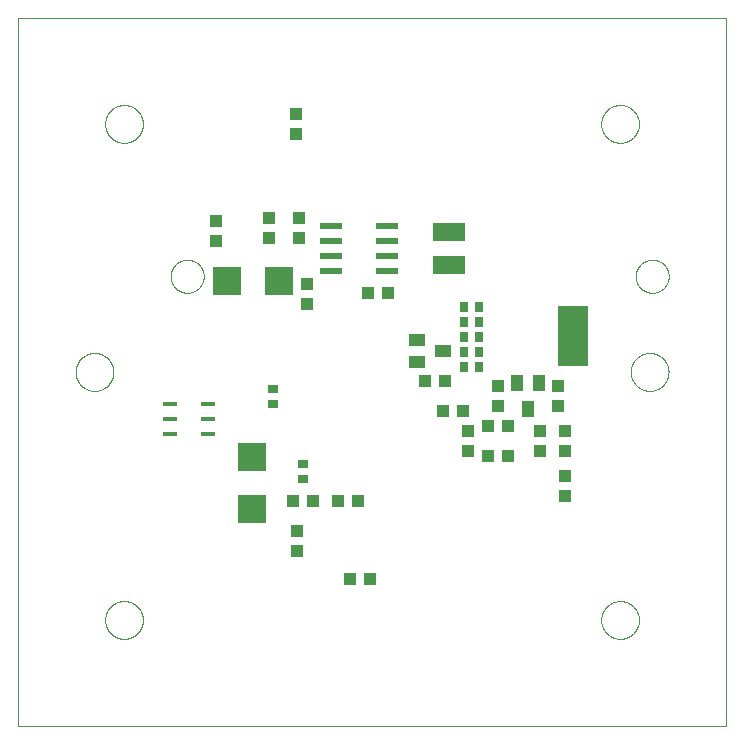
<source format=gbp>
G75*
%MOIN*%
%OFA0B0*%
%FSLAX25Y25*%
%IPPOS*%
%LPD*%
%AMOC8*
5,1,8,0,0,1.08239X$1,22.5*
%
%ADD10C,0.00000*%
%ADD11R,0.03937X0.04331*%
%ADD12R,0.10630X0.06299*%
%ADD13R,0.04331X0.03937*%
%ADD14R,0.09449X0.09449*%
%ADD15R,0.03937X0.05512*%
%ADD16R,0.05512X0.03937*%
%ADD17R,0.02756X0.03543*%
%ADD18R,0.07800X0.02200*%
%ADD19R,0.03543X0.02756*%
%ADD20R,0.10000X0.20000*%
%ADD21R,0.04800X0.01600*%
D10*
X0001000Y0001000D02*
X0001000Y0237220D01*
X0237220Y0237220D01*
X0237220Y0001000D01*
X0001000Y0001000D01*
X0030134Y0036433D02*
X0030136Y0036591D01*
X0030142Y0036749D01*
X0030152Y0036907D01*
X0030166Y0037065D01*
X0030184Y0037222D01*
X0030205Y0037379D01*
X0030231Y0037535D01*
X0030261Y0037691D01*
X0030294Y0037846D01*
X0030332Y0037999D01*
X0030373Y0038152D01*
X0030418Y0038304D01*
X0030467Y0038455D01*
X0030520Y0038604D01*
X0030576Y0038752D01*
X0030636Y0038898D01*
X0030700Y0039043D01*
X0030768Y0039186D01*
X0030839Y0039328D01*
X0030913Y0039468D01*
X0030991Y0039605D01*
X0031073Y0039741D01*
X0031157Y0039875D01*
X0031246Y0040006D01*
X0031337Y0040135D01*
X0031432Y0040262D01*
X0031529Y0040387D01*
X0031630Y0040509D01*
X0031734Y0040628D01*
X0031841Y0040745D01*
X0031951Y0040859D01*
X0032064Y0040970D01*
X0032179Y0041079D01*
X0032297Y0041184D01*
X0032418Y0041286D01*
X0032541Y0041386D01*
X0032667Y0041482D01*
X0032795Y0041575D01*
X0032925Y0041665D01*
X0033058Y0041751D01*
X0033193Y0041835D01*
X0033329Y0041914D01*
X0033468Y0041991D01*
X0033609Y0042063D01*
X0033751Y0042133D01*
X0033895Y0042198D01*
X0034041Y0042260D01*
X0034188Y0042318D01*
X0034337Y0042373D01*
X0034487Y0042424D01*
X0034638Y0042471D01*
X0034790Y0042514D01*
X0034943Y0042553D01*
X0035098Y0042589D01*
X0035253Y0042620D01*
X0035409Y0042648D01*
X0035565Y0042672D01*
X0035722Y0042692D01*
X0035880Y0042708D01*
X0036037Y0042720D01*
X0036196Y0042728D01*
X0036354Y0042732D01*
X0036512Y0042732D01*
X0036670Y0042728D01*
X0036829Y0042720D01*
X0036986Y0042708D01*
X0037144Y0042692D01*
X0037301Y0042672D01*
X0037457Y0042648D01*
X0037613Y0042620D01*
X0037768Y0042589D01*
X0037923Y0042553D01*
X0038076Y0042514D01*
X0038228Y0042471D01*
X0038379Y0042424D01*
X0038529Y0042373D01*
X0038678Y0042318D01*
X0038825Y0042260D01*
X0038971Y0042198D01*
X0039115Y0042133D01*
X0039257Y0042063D01*
X0039398Y0041991D01*
X0039537Y0041914D01*
X0039673Y0041835D01*
X0039808Y0041751D01*
X0039941Y0041665D01*
X0040071Y0041575D01*
X0040199Y0041482D01*
X0040325Y0041386D01*
X0040448Y0041286D01*
X0040569Y0041184D01*
X0040687Y0041079D01*
X0040802Y0040970D01*
X0040915Y0040859D01*
X0041025Y0040745D01*
X0041132Y0040628D01*
X0041236Y0040509D01*
X0041337Y0040387D01*
X0041434Y0040262D01*
X0041529Y0040135D01*
X0041620Y0040006D01*
X0041709Y0039875D01*
X0041793Y0039741D01*
X0041875Y0039605D01*
X0041953Y0039468D01*
X0042027Y0039328D01*
X0042098Y0039186D01*
X0042166Y0039043D01*
X0042230Y0038898D01*
X0042290Y0038752D01*
X0042346Y0038604D01*
X0042399Y0038455D01*
X0042448Y0038304D01*
X0042493Y0038152D01*
X0042534Y0037999D01*
X0042572Y0037846D01*
X0042605Y0037691D01*
X0042635Y0037535D01*
X0042661Y0037379D01*
X0042682Y0037222D01*
X0042700Y0037065D01*
X0042714Y0036907D01*
X0042724Y0036749D01*
X0042730Y0036591D01*
X0042732Y0036433D01*
X0042730Y0036275D01*
X0042724Y0036117D01*
X0042714Y0035959D01*
X0042700Y0035801D01*
X0042682Y0035644D01*
X0042661Y0035487D01*
X0042635Y0035331D01*
X0042605Y0035175D01*
X0042572Y0035020D01*
X0042534Y0034867D01*
X0042493Y0034714D01*
X0042448Y0034562D01*
X0042399Y0034411D01*
X0042346Y0034262D01*
X0042290Y0034114D01*
X0042230Y0033968D01*
X0042166Y0033823D01*
X0042098Y0033680D01*
X0042027Y0033538D01*
X0041953Y0033398D01*
X0041875Y0033261D01*
X0041793Y0033125D01*
X0041709Y0032991D01*
X0041620Y0032860D01*
X0041529Y0032731D01*
X0041434Y0032604D01*
X0041337Y0032479D01*
X0041236Y0032357D01*
X0041132Y0032238D01*
X0041025Y0032121D01*
X0040915Y0032007D01*
X0040802Y0031896D01*
X0040687Y0031787D01*
X0040569Y0031682D01*
X0040448Y0031580D01*
X0040325Y0031480D01*
X0040199Y0031384D01*
X0040071Y0031291D01*
X0039941Y0031201D01*
X0039808Y0031115D01*
X0039673Y0031031D01*
X0039537Y0030952D01*
X0039398Y0030875D01*
X0039257Y0030803D01*
X0039115Y0030733D01*
X0038971Y0030668D01*
X0038825Y0030606D01*
X0038678Y0030548D01*
X0038529Y0030493D01*
X0038379Y0030442D01*
X0038228Y0030395D01*
X0038076Y0030352D01*
X0037923Y0030313D01*
X0037768Y0030277D01*
X0037613Y0030246D01*
X0037457Y0030218D01*
X0037301Y0030194D01*
X0037144Y0030174D01*
X0036986Y0030158D01*
X0036829Y0030146D01*
X0036670Y0030138D01*
X0036512Y0030134D01*
X0036354Y0030134D01*
X0036196Y0030138D01*
X0036037Y0030146D01*
X0035880Y0030158D01*
X0035722Y0030174D01*
X0035565Y0030194D01*
X0035409Y0030218D01*
X0035253Y0030246D01*
X0035098Y0030277D01*
X0034943Y0030313D01*
X0034790Y0030352D01*
X0034638Y0030395D01*
X0034487Y0030442D01*
X0034337Y0030493D01*
X0034188Y0030548D01*
X0034041Y0030606D01*
X0033895Y0030668D01*
X0033751Y0030733D01*
X0033609Y0030803D01*
X0033468Y0030875D01*
X0033329Y0030952D01*
X0033193Y0031031D01*
X0033058Y0031115D01*
X0032925Y0031201D01*
X0032795Y0031291D01*
X0032667Y0031384D01*
X0032541Y0031480D01*
X0032418Y0031580D01*
X0032297Y0031682D01*
X0032179Y0031787D01*
X0032064Y0031896D01*
X0031951Y0032007D01*
X0031841Y0032121D01*
X0031734Y0032238D01*
X0031630Y0032357D01*
X0031529Y0032479D01*
X0031432Y0032604D01*
X0031337Y0032731D01*
X0031246Y0032860D01*
X0031157Y0032991D01*
X0031073Y0033125D01*
X0030991Y0033261D01*
X0030913Y0033398D01*
X0030839Y0033538D01*
X0030768Y0033680D01*
X0030700Y0033823D01*
X0030636Y0033968D01*
X0030576Y0034114D01*
X0030520Y0034262D01*
X0030467Y0034411D01*
X0030418Y0034562D01*
X0030373Y0034714D01*
X0030332Y0034867D01*
X0030294Y0035020D01*
X0030261Y0035175D01*
X0030231Y0035331D01*
X0030205Y0035487D01*
X0030184Y0035644D01*
X0030166Y0035801D01*
X0030152Y0035959D01*
X0030142Y0036117D01*
X0030136Y0036275D01*
X0030134Y0036433D01*
X0020292Y0119110D02*
X0020294Y0119268D01*
X0020300Y0119426D01*
X0020310Y0119584D01*
X0020324Y0119742D01*
X0020342Y0119899D01*
X0020363Y0120056D01*
X0020389Y0120212D01*
X0020419Y0120368D01*
X0020452Y0120523D01*
X0020490Y0120676D01*
X0020531Y0120829D01*
X0020576Y0120981D01*
X0020625Y0121132D01*
X0020678Y0121281D01*
X0020734Y0121429D01*
X0020794Y0121575D01*
X0020858Y0121720D01*
X0020926Y0121863D01*
X0020997Y0122005D01*
X0021071Y0122145D01*
X0021149Y0122282D01*
X0021231Y0122418D01*
X0021315Y0122552D01*
X0021404Y0122683D01*
X0021495Y0122812D01*
X0021590Y0122939D01*
X0021687Y0123064D01*
X0021788Y0123186D01*
X0021892Y0123305D01*
X0021999Y0123422D01*
X0022109Y0123536D01*
X0022222Y0123647D01*
X0022337Y0123756D01*
X0022455Y0123861D01*
X0022576Y0123963D01*
X0022699Y0124063D01*
X0022825Y0124159D01*
X0022953Y0124252D01*
X0023083Y0124342D01*
X0023216Y0124428D01*
X0023351Y0124512D01*
X0023487Y0124591D01*
X0023626Y0124668D01*
X0023767Y0124740D01*
X0023909Y0124810D01*
X0024053Y0124875D01*
X0024199Y0124937D01*
X0024346Y0124995D01*
X0024495Y0125050D01*
X0024645Y0125101D01*
X0024796Y0125148D01*
X0024948Y0125191D01*
X0025101Y0125230D01*
X0025256Y0125266D01*
X0025411Y0125297D01*
X0025567Y0125325D01*
X0025723Y0125349D01*
X0025880Y0125369D01*
X0026038Y0125385D01*
X0026195Y0125397D01*
X0026354Y0125405D01*
X0026512Y0125409D01*
X0026670Y0125409D01*
X0026828Y0125405D01*
X0026987Y0125397D01*
X0027144Y0125385D01*
X0027302Y0125369D01*
X0027459Y0125349D01*
X0027615Y0125325D01*
X0027771Y0125297D01*
X0027926Y0125266D01*
X0028081Y0125230D01*
X0028234Y0125191D01*
X0028386Y0125148D01*
X0028537Y0125101D01*
X0028687Y0125050D01*
X0028836Y0124995D01*
X0028983Y0124937D01*
X0029129Y0124875D01*
X0029273Y0124810D01*
X0029415Y0124740D01*
X0029556Y0124668D01*
X0029695Y0124591D01*
X0029831Y0124512D01*
X0029966Y0124428D01*
X0030099Y0124342D01*
X0030229Y0124252D01*
X0030357Y0124159D01*
X0030483Y0124063D01*
X0030606Y0123963D01*
X0030727Y0123861D01*
X0030845Y0123756D01*
X0030960Y0123647D01*
X0031073Y0123536D01*
X0031183Y0123422D01*
X0031290Y0123305D01*
X0031394Y0123186D01*
X0031495Y0123064D01*
X0031592Y0122939D01*
X0031687Y0122812D01*
X0031778Y0122683D01*
X0031867Y0122552D01*
X0031951Y0122418D01*
X0032033Y0122282D01*
X0032111Y0122145D01*
X0032185Y0122005D01*
X0032256Y0121863D01*
X0032324Y0121720D01*
X0032388Y0121575D01*
X0032448Y0121429D01*
X0032504Y0121281D01*
X0032557Y0121132D01*
X0032606Y0120981D01*
X0032651Y0120829D01*
X0032692Y0120676D01*
X0032730Y0120523D01*
X0032763Y0120368D01*
X0032793Y0120212D01*
X0032819Y0120056D01*
X0032840Y0119899D01*
X0032858Y0119742D01*
X0032872Y0119584D01*
X0032882Y0119426D01*
X0032888Y0119268D01*
X0032890Y0119110D01*
X0032888Y0118952D01*
X0032882Y0118794D01*
X0032872Y0118636D01*
X0032858Y0118478D01*
X0032840Y0118321D01*
X0032819Y0118164D01*
X0032793Y0118008D01*
X0032763Y0117852D01*
X0032730Y0117697D01*
X0032692Y0117544D01*
X0032651Y0117391D01*
X0032606Y0117239D01*
X0032557Y0117088D01*
X0032504Y0116939D01*
X0032448Y0116791D01*
X0032388Y0116645D01*
X0032324Y0116500D01*
X0032256Y0116357D01*
X0032185Y0116215D01*
X0032111Y0116075D01*
X0032033Y0115938D01*
X0031951Y0115802D01*
X0031867Y0115668D01*
X0031778Y0115537D01*
X0031687Y0115408D01*
X0031592Y0115281D01*
X0031495Y0115156D01*
X0031394Y0115034D01*
X0031290Y0114915D01*
X0031183Y0114798D01*
X0031073Y0114684D01*
X0030960Y0114573D01*
X0030845Y0114464D01*
X0030727Y0114359D01*
X0030606Y0114257D01*
X0030483Y0114157D01*
X0030357Y0114061D01*
X0030229Y0113968D01*
X0030099Y0113878D01*
X0029966Y0113792D01*
X0029831Y0113708D01*
X0029695Y0113629D01*
X0029556Y0113552D01*
X0029415Y0113480D01*
X0029273Y0113410D01*
X0029129Y0113345D01*
X0028983Y0113283D01*
X0028836Y0113225D01*
X0028687Y0113170D01*
X0028537Y0113119D01*
X0028386Y0113072D01*
X0028234Y0113029D01*
X0028081Y0112990D01*
X0027926Y0112954D01*
X0027771Y0112923D01*
X0027615Y0112895D01*
X0027459Y0112871D01*
X0027302Y0112851D01*
X0027144Y0112835D01*
X0026987Y0112823D01*
X0026828Y0112815D01*
X0026670Y0112811D01*
X0026512Y0112811D01*
X0026354Y0112815D01*
X0026195Y0112823D01*
X0026038Y0112835D01*
X0025880Y0112851D01*
X0025723Y0112871D01*
X0025567Y0112895D01*
X0025411Y0112923D01*
X0025256Y0112954D01*
X0025101Y0112990D01*
X0024948Y0113029D01*
X0024796Y0113072D01*
X0024645Y0113119D01*
X0024495Y0113170D01*
X0024346Y0113225D01*
X0024199Y0113283D01*
X0024053Y0113345D01*
X0023909Y0113410D01*
X0023767Y0113480D01*
X0023626Y0113552D01*
X0023487Y0113629D01*
X0023351Y0113708D01*
X0023216Y0113792D01*
X0023083Y0113878D01*
X0022953Y0113968D01*
X0022825Y0114061D01*
X0022699Y0114157D01*
X0022576Y0114257D01*
X0022455Y0114359D01*
X0022337Y0114464D01*
X0022222Y0114573D01*
X0022109Y0114684D01*
X0021999Y0114798D01*
X0021892Y0114915D01*
X0021788Y0115034D01*
X0021687Y0115156D01*
X0021590Y0115281D01*
X0021495Y0115408D01*
X0021404Y0115537D01*
X0021315Y0115668D01*
X0021231Y0115802D01*
X0021149Y0115938D01*
X0021071Y0116075D01*
X0020997Y0116215D01*
X0020926Y0116357D01*
X0020858Y0116500D01*
X0020794Y0116645D01*
X0020734Y0116791D01*
X0020678Y0116939D01*
X0020625Y0117088D01*
X0020576Y0117239D01*
X0020531Y0117391D01*
X0020490Y0117544D01*
X0020452Y0117697D01*
X0020419Y0117852D01*
X0020389Y0118008D01*
X0020363Y0118164D01*
X0020342Y0118321D01*
X0020324Y0118478D01*
X0020310Y0118636D01*
X0020300Y0118794D01*
X0020294Y0118952D01*
X0020292Y0119110D01*
X0051988Y0151000D02*
X0051990Y0151148D01*
X0051996Y0151296D01*
X0052006Y0151444D01*
X0052020Y0151591D01*
X0052038Y0151738D01*
X0052059Y0151884D01*
X0052085Y0152030D01*
X0052115Y0152175D01*
X0052148Y0152319D01*
X0052186Y0152462D01*
X0052227Y0152604D01*
X0052272Y0152745D01*
X0052320Y0152885D01*
X0052373Y0153024D01*
X0052429Y0153161D01*
X0052489Y0153296D01*
X0052552Y0153430D01*
X0052619Y0153562D01*
X0052690Y0153692D01*
X0052764Y0153820D01*
X0052841Y0153946D01*
X0052922Y0154070D01*
X0053006Y0154192D01*
X0053093Y0154311D01*
X0053184Y0154428D01*
X0053278Y0154543D01*
X0053374Y0154655D01*
X0053474Y0154765D01*
X0053576Y0154871D01*
X0053682Y0154975D01*
X0053790Y0155076D01*
X0053901Y0155174D01*
X0054014Y0155270D01*
X0054130Y0155362D01*
X0054248Y0155451D01*
X0054369Y0155536D01*
X0054492Y0155619D01*
X0054617Y0155698D01*
X0054744Y0155774D01*
X0054873Y0155846D01*
X0055004Y0155915D01*
X0055137Y0155980D01*
X0055272Y0156041D01*
X0055408Y0156099D01*
X0055545Y0156154D01*
X0055684Y0156204D01*
X0055825Y0156251D01*
X0055966Y0156294D01*
X0056109Y0156334D01*
X0056253Y0156369D01*
X0056397Y0156401D01*
X0056543Y0156428D01*
X0056689Y0156452D01*
X0056836Y0156472D01*
X0056983Y0156488D01*
X0057130Y0156500D01*
X0057278Y0156508D01*
X0057426Y0156512D01*
X0057574Y0156512D01*
X0057722Y0156508D01*
X0057870Y0156500D01*
X0058017Y0156488D01*
X0058164Y0156472D01*
X0058311Y0156452D01*
X0058457Y0156428D01*
X0058603Y0156401D01*
X0058747Y0156369D01*
X0058891Y0156334D01*
X0059034Y0156294D01*
X0059175Y0156251D01*
X0059316Y0156204D01*
X0059455Y0156154D01*
X0059592Y0156099D01*
X0059728Y0156041D01*
X0059863Y0155980D01*
X0059996Y0155915D01*
X0060127Y0155846D01*
X0060256Y0155774D01*
X0060383Y0155698D01*
X0060508Y0155619D01*
X0060631Y0155536D01*
X0060752Y0155451D01*
X0060870Y0155362D01*
X0060986Y0155270D01*
X0061099Y0155174D01*
X0061210Y0155076D01*
X0061318Y0154975D01*
X0061424Y0154871D01*
X0061526Y0154765D01*
X0061626Y0154655D01*
X0061722Y0154543D01*
X0061816Y0154428D01*
X0061907Y0154311D01*
X0061994Y0154192D01*
X0062078Y0154070D01*
X0062159Y0153946D01*
X0062236Y0153820D01*
X0062310Y0153692D01*
X0062381Y0153562D01*
X0062448Y0153430D01*
X0062511Y0153296D01*
X0062571Y0153161D01*
X0062627Y0153024D01*
X0062680Y0152885D01*
X0062728Y0152745D01*
X0062773Y0152604D01*
X0062814Y0152462D01*
X0062852Y0152319D01*
X0062885Y0152175D01*
X0062915Y0152030D01*
X0062941Y0151884D01*
X0062962Y0151738D01*
X0062980Y0151591D01*
X0062994Y0151444D01*
X0063004Y0151296D01*
X0063010Y0151148D01*
X0063012Y0151000D01*
X0063010Y0150852D01*
X0063004Y0150704D01*
X0062994Y0150556D01*
X0062980Y0150409D01*
X0062962Y0150262D01*
X0062941Y0150116D01*
X0062915Y0149970D01*
X0062885Y0149825D01*
X0062852Y0149681D01*
X0062814Y0149538D01*
X0062773Y0149396D01*
X0062728Y0149255D01*
X0062680Y0149115D01*
X0062627Y0148976D01*
X0062571Y0148839D01*
X0062511Y0148704D01*
X0062448Y0148570D01*
X0062381Y0148438D01*
X0062310Y0148308D01*
X0062236Y0148180D01*
X0062159Y0148054D01*
X0062078Y0147930D01*
X0061994Y0147808D01*
X0061907Y0147689D01*
X0061816Y0147572D01*
X0061722Y0147457D01*
X0061626Y0147345D01*
X0061526Y0147235D01*
X0061424Y0147129D01*
X0061318Y0147025D01*
X0061210Y0146924D01*
X0061099Y0146826D01*
X0060986Y0146730D01*
X0060870Y0146638D01*
X0060752Y0146549D01*
X0060631Y0146464D01*
X0060508Y0146381D01*
X0060383Y0146302D01*
X0060256Y0146226D01*
X0060127Y0146154D01*
X0059996Y0146085D01*
X0059863Y0146020D01*
X0059728Y0145959D01*
X0059592Y0145901D01*
X0059455Y0145846D01*
X0059316Y0145796D01*
X0059175Y0145749D01*
X0059034Y0145706D01*
X0058891Y0145666D01*
X0058747Y0145631D01*
X0058603Y0145599D01*
X0058457Y0145572D01*
X0058311Y0145548D01*
X0058164Y0145528D01*
X0058017Y0145512D01*
X0057870Y0145500D01*
X0057722Y0145492D01*
X0057574Y0145488D01*
X0057426Y0145488D01*
X0057278Y0145492D01*
X0057130Y0145500D01*
X0056983Y0145512D01*
X0056836Y0145528D01*
X0056689Y0145548D01*
X0056543Y0145572D01*
X0056397Y0145599D01*
X0056253Y0145631D01*
X0056109Y0145666D01*
X0055966Y0145706D01*
X0055825Y0145749D01*
X0055684Y0145796D01*
X0055545Y0145846D01*
X0055408Y0145901D01*
X0055272Y0145959D01*
X0055137Y0146020D01*
X0055004Y0146085D01*
X0054873Y0146154D01*
X0054744Y0146226D01*
X0054617Y0146302D01*
X0054492Y0146381D01*
X0054369Y0146464D01*
X0054248Y0146549D01*
X0054130Y0146638D01*
X0054014Y0146730D01*
X0053901Y0146826D01*
X0053790Y0146924D01*
X0053682Y0147025D01*
X0053576Y0147129D01*
X0053474Y0147235D01*
X0053374Y0147345D01*
X0053278Y0147457D01*
X0053184Y0147572D01*
X0053093Y0147689D01*
X0053006Y0147808D01*
X0052922Y0147930D01*
X0052841Y0148054D01*
X0052764Y0148180D01*
X0052690Y0148308D01*
X0052619Y0148438D01*
X0052552Y0148570D01*
X0052489Y0148704D01*
X0052429Y0148839D01*
X0052373Y0148976D01*
X0052320Y0149115D01*
X0052272Y0149255D01*
X0052227Y0149396D01*
X0052186Y0149538D01*
X0052148Y0149681D01*
X0052115Y0149825D01*
X0052085Y0149970D01*
X0052059Y0150116D01*
X0052038Y0150262D01*
X0052020Y0150409D01*
X0052006Y0150556D01*
X0051996Y0150704D01*
X0051990Y0150852D01*
X0051988Y0151000D01*
X0030134Y0201787D02*
X0030136Y0201945D01*
X0030142Y0202103D01*
X0030152Y0202261D01*
X0030166Y0202419D01*
X0030184Y0202576D01*
X0030205Y0202733D01*
X0030231Y0202889D01*
X0030261Y0203045D01*
X0030294Y0203200D01*
X0030332Y0203353D01*
X0030373Y0203506D01*
X0030418Y0203658D01*
X0030467Y0203809D01*
X0030520Y0203958D01*
X0030576Y0204106D01*
X0030636Y0204252D01*
X0030700Y0204397D01*
X0030768Y0204540D01*
X0030839Y0204682D01*
X0030913Y0204822D01*
X0030991Y0204959D01*
X0031073Y0205095D01*
X0031157Y0205229D01*
X0031246Y0205360D01*
X0031337Y0205489D01*
X0031432Y0205616D01*
X0031529Y0205741D01*
X0031630Y0205863D01*
X0031734Y0205982D01*
X0031841Y0206099D01*
X0031951Y0206213D01*
X0032064Y0206324D01*
X0032179Y0206433D01*
X0032297Y0206538D01*
X0032418Y0206640D01*
X0032541Y0206740D01*
X0032667Y0206836D01*
X0032795Y0206929D01*
X0032925Y0207019D01*
X0033058Y0207105D01*
X0033193Y0207189D01*
X0033329Y0207268D01*
X0033468Y0207345D01*
X0033609Y0207417D01*
X0033751Y0207487D01*
X0033895Y0207552D01*
X0034041Y0207614D01*
X0034188Y0207672D01*
X0034337Y0207727D01*
X0034487Y0207778D01*
X0034638Y0207825D01*
X0034790Y0207868D01*
X0034943Y0207907D01*
X0035098Y0207943D01*
X0035253Y0207974D01*
X0035409Y0208002D01*
X0035565Y0208026D01*
X0035722Y0208046D01*
X0035880Y0208062D01*
X0036037Y0208074D01*
X0036196Y0208082D01*
X0036354Y0208086D01*
X0036512Y0208086D01*
X0036670Y0208082D01*
X0036829Y0208074D01*
X0036986Y0208062D01*
X0037144Y0208046D01*
X0037301Y0208026D01*
X0037457Y0208002D01*
X0037613Y0207974D01*
X0037768Y0207943D01*
X0037923Y0207907D01*
X0038076Y0207868D01*
X0038228Y0207825D01*
X0038379Y0207778D01*
X0038529Y0207727D01*
X0038678Y0207672D01*
X0038825Y0207614D01*
X0038971Y0207552D01*
X0039115Y0207487D01*
X0039257Y0207417D01*
X0039398Y0207345D01*
X0039537Y0207268D01*
X0039673Y0207189D01*
X0039808Y0207105D01*
X0039941Y0207019D01*
X0040071Y0206929D01*
X0040199Y0206836D01*
X0040325Y0206740D01*
X0040448Y0206640D01*
X0040569Y0206538D01*
X0040687Y0206433D01*
X0040802Y0206324D01*
X0040915Y0206213D01*
X0041025Y0206099D01*
X0041132Y0205982D01*
X0041236Y0205863D01*
X0041337Y0205741D01*
X0041434Y0205616D01*
X0041529Y0205489D01*
X0041620Y0205360D01*
X0041709Y0205229D01*
X0041793Y0205095D01*
X0041875Y0204959D01*
X0041953Y0204822D01*
X0042027Y0204682D01*
X0042098Y0204540D01*
X0042166Y0204397D01*
X0042230Y0204252D01*
X0042290Y0204106D01*
X0042346Y0203958D01*
X0042399Y0203809D01*
X0042448Y0203658D01*
X0042493Y0203506D01*
X0042534Y0203353D01*
X0042572Y0203200D01*
X0042605Y0203045D01*
X0042635Y0202889D01*
X0042661Y0202733D01*
X0042682Y0202576D01*
X0042700Y0202419D01*
X0042714Y0202261D01*
X0042724Y0202103D01*
X0042730Y0201945D01*
X0042732Y0201787D01*
X0042730Y0201629D01*
X0042724Y0201471D01*
X0042714Y0201313D01*
X0042700Y0201155D01*
X0042682Y0200998D01*
X0042661Y0200841D01*
X0042635Y0200685D01*
X0042605Y0200529D01*
X0042572Y0200374D01*
X0042534Y0200221D01*
X0042493Y0200068D01*
X0042448Y0199916D01*
X0042399Y0199765D01*
X0042346Y0199616D01*
X0042290Y0199468D01*
X0042230Y0199322D01*
X0042166Y0199177D01*
X0042098Y0199034D01*
X0042027Y0198892D01*
X0041953Y0198752D01*
X0041875Y0198615D01*
X0041793Y0198479D01*
X0041709Y0198345D01*
X0041620Y0198214D01*
X0041529Y0198085D01*
X0041434Y0197958D01*
X0041337Y0197833D01*
X0041236Y0197711D01*
X0041132Y0197592D01*
X0041025Y0197475D01*
X0040915Y0197361D01*
X0040802Y0197250D01*
X0040687Y0197141D01*
X0040569Y0197036D01*
X0040448Y0196934D01*
X0040325Y0196834D01*
X0040199Y0196738D01*
X0040071Y0196645D01*
X0039941Y0196555D01*
X0039808Y0196469D01*
X0039673Y0196385D01*
X0039537Y0196306D01*
X0039398Y0196229D01*
X0039257Y0196157D01*
X0039115Y0196087D01*
X0038971Y0196022D01*
X0038825Y0195960D01*
X0038678Y0195902D01*
X0038529Y0195847D01*
X0038379Y0195796D01*
X0038228Y0195749D01*
X0038076Y0195706D01*
X0037923Y0195667D01*
X0037768Y0195631D01*
X0037613Y0195600D01*
X0037457Y0195572D01*
X0037301Y0195548D01*
X0037144Y0195528D01*
X0036986Y0195512D01*
X0036829Y0195500D01*
X0036670Y0195492D01*
X0036512Y0195488D01*
X0036354Y0195488D01*
X0036196Y0195492D01*
X0036037Y0195500D01*
X0035880Y0195512D01*
X0035722Y0195528D01*
X0035565Y0195548D01*
X0035409Y0195572D01*
X0035253Y0195600D01*
X0035098Y0195631D01*
X0034943Y0195667D01*
X0034790Y0195706D01*
X0034638Y0195749D01*
X0034487Y0195796D01*
X0034337Y0195847D01*
X0034188Y0195902D01*
X0034041Y0195960D01*
X0033895Y0196022D01*
X0033751Y0196087D01*
X0033609Y0196157D01*
X0033468Y0196229D01*
X0033329Y0196306D01*
X0033193Y0196385D01*
X0033058Y0196469D01*
X0032925Y0196555D01*
X0032795Y0196645D01*
X0032667Y0196738D01*
X0032541Y0196834D01*
X0032418Y0196934D01*
X0032297Y0197036D01*
X0032179Y0197141D01*
X0032064Y0197250D01*
X0031951Y0197361D01*
X0031841Y0197475D01*
X0031734Y0197592D01*
X0031630Y0197711D01*
X0031529Y0197833D01*
X0031432Y0197958D01*
X0031337Y0198085D01*
X0031246Y0198214D01*
X0031157Y0198345D01*
X0031073Y0198479D01*
X0030991Y0198615D01*
X0030913Y0198752D01*
X0030839Y0198892D01*
X0030768Y0199034D01*
X0030700Y0199177D01*
X0030636Y0199322D01*
X0030576Y0199468D01*
X0030520Y0199616D01*
X0030467Y0199765D01*
X0030418Y0199916D01*
X0030373Y0200068D01*
X0030332Y0200221D01*
X0030294Y0200374D01*
X0030261Y0200529D01*
X0030231Y0200685D01*
X0030205Y0200841D01*
X0030184Y0200998D01*
X0030166Y0201155D01*
X0030152Y0201313D01*
X0030142Y0201471D01*
X0030136Y0201629D01*
X0030134Y0201787D01*
X0195488Y0201787D02*
X0195490Y0201945D01*
X0195496Y0202103D01*
X0195506Y0202261D01*
X0195520Y0202419D01*
X0195538Y0202576D01*
X0195559Y0202733D01*
X0195585Y0202889D01*
X0195615Y0203045D01*
X0195648Y0203200D01*
X0195686Y0203353D01*
X0195727Y0203506D01*
X0195772Y0203658D01*
X0195821Y0203809D01*
X0195874Y0203958D01*
X0195930Y0204106D01*
X0195990Y0204252D01*
X0196054Y0204397D01*
X0196122Y0204540D01*
X0196193Y0204682D01*
X0196267Y0204822D01*
X0196345Y0204959D01*
X0196427Y0205095D01*
X0196511Y0205229D01*
X0196600Y0205360D01*
X0196691Y0205489D01*
X0196786Y0205616D01*
X0196883Y0205741D01*
X0196984Y0205863D01*
X0197088Y0205982D01*
X0197195Y0206099D01*
X0197305Y0206213D01*
X0197418Y0206324D01*
X0197533Y0206433D01*
X0197651Y0206538D01*
X0197772Y0206640D01*
X0197895Y0206740D01*
X0198021Y0206836D01*
X0198149Y0206929D01*
X0198279Y0207019D01*
X0198412Y0207105D01*
X0198547Y0207189D01*
X0198683Y0207268D01*
X0198822Y0207345D01*
X0198963Y0207417D01*
X0199105Y0207487D01*
X0199249Y0207552D01*
X0199395Y0207614D01*
X0199542Y0207672D01*
X0199691Y0207727D01*
X0199841Y0207778D01*
X0199992Y0207825D01*
X0200144Y0207868D01*
X0200297Y0207907D01*
X0200452Y0207943D01*
X0200607Y0207974D01*
X0200763Y0208002D01*
X0200919Y0208026D01*
X0201076Y0208046D01*
X0201234Y0208062D01*
X0201391Y0208074D01*
X0201550Y0208082D01*
X0201708Y0208086D01*
X0201866Y0208086D01*
X0202024Y0208082D01*
X0202183Y0208074D01*
X0202340Y0208062D01*
X0202498Y0208046D01*
X0202655Y0208026D01*
X0202811Y0208002D01*
X0202967Y0207974D01*
X0203122Y0207943D01*
X0203277Y0207907D01*
X0203430Y0207868D01*
X0203582Y0207825D01*
X0203733Y0207778D01*
X0203883Y0207727D01*
X0204032Y0207672D01*
X0204179Y0207614D01*
X0204325Y0207552D01*
X0204469Y0207487D01*
X0204611Y0207417D01*
X0204752Y0207345D01*
X0204891Y0207268D01*
X0205027Y0207189D01*
X0205162Y0207105D01*
X0205295Y0207019D01*
X0205425Y0206929D01*
X0205553Y0206836D01*
X0205679Y0206740D01*
X0205802Y0206640D01*
X0205923Y0206538D01*
X0206041Y0206433D01*
X0206156Y0206324D01*
X0206269Y0206213D01*
X0206379Y0206099D01*
X0206486Y0205982D01*
X0206590Y0205863D01*
X0206691Y0205741D01*
X0206788Y0205616D01*
X0206883Y0205489D01*
X0206974Y0205360D01*
X0207063Y0205229D01*
X0207147Y0205095D01*
X0207229Y0204959D01*
X0207307Y0204822D01*
X0207381Y0204682D01*
X0207452Y0204540D01*
X0207520Y0204397D01*
X0207584Y0204252D01*
X0207644Y0204106D01*
X0207700Y0203958D01*
X0207753Y0203809D01*
X0207802Y0203658D01*
X0207847Y0203506D01*
X0207888Y0203353D01*
X0207926Y0203200D01*
X0207959Y0203045D01*
X0207989Y0202889D01*
X0208015Y0202733D01*
X0208036Y0202576D01*
X0208054Y0202419D01*
X0208068Y0202261D01*
X0208078Y0202103D01*
X0208084Y0201945D01*
X0208086Y0201787D01*
X0208084Y0201629D01*
X0208078Y0201471D01*
X0208068Y0201313D01*
X0208054Y0201155D01*
X0208036Y0200998D01*
X0208015Y0200841D01*
X0207989Y0200685D01*
X0207959Y0200529D01*
X0207926Y0200374D01*
X0207888Y0200221D01*
X0207847Y0200068D01*
X0207802Y0199916D01*
X0207753Y0199765D01*
X0207700Y0199616D01*
X0207644Y0199468D01*
X0207584Y0199322D01*
X0207520Y0199177D01*
X0207452Y0199034D01*
X0207381Y0198892D01*
X0207307Y0198752D01*
X0207229Y0198615D01*
X0207147Y0198479D01*
X0207063Y0198345D01*
X0206974Y0198214D01*
X0206883Y0198085D01*
X0206788Y0197958D01*
X0206691Y0197833D01*
X0206590Y0197711D01*
X0206486Y0197592D01*
X0206379Y0197475D01*
X0206269Y0197361D01*
X0206156Y0197250D01*
X0206041Y0197141D01*
X0205923Y0197036D01*
X0205802Y0196934D01*
X0205679Y0196834D01*
X0205553Y0196738D01*
X0205425Y0196645D01*
X0205295Y0196555D01*
X0205162Y0196469D01*
X0205027Y0196385D01*
X0204891Y0196306D01*
X0204752Y0196229D01*
X0204611Y0196157D01*
X0204469Y0196087D01*
X0204325Y0196022D01*
X0204179Y0195960D01*
X0204032Y0195902D01*
X0203883Y0195847D01*
X0203733Y0195796D01*
X0203582Y0195749D01*
X0203430Y0195706D01*
X0203277Y0195667D01*
X0203122Y0195631D01*
X0202967Y0195600D01*
X0202811Y0195572D01*
X0202655Y0195548D01*
X0202498Y0195528D01*
X0202340Y0195512D01*
X0202183Y0195500D01*
X0202024Y0195492D01*
X0201866Y0195488D01*
X0201708Y0195488D01*
X0201550Y0195492D01*
X0201391Y0195500D01*
X0201234Y0195512D01*
X0201076Y0195528D01*
X0200919Y0195548D01*
X0200763Y0195572D01*
X0200607Y0195600D01*
X0200452Y0195631D01*
X0200297Y0195667D01*
X0200144Y0195706D01*
X0199992Y0195749D01*
X0199841Y0195796D01*
X0199691Y0195847D01*
X0199542Y0195902D01*
X0199395Y0195960D01*
X0199249Y0196022D01*
X0199105Y0196087D01*
X0198963Y0196157D01*
X0198822Y0196229D01*
X0198683Y0196306D01*
X0198547Y0196385D01*
X0198412Y0196469D01*
X0198279Y0196555D01*
X0198149Y0196645D01*
X0198021Y0196738D01*
X0197895Y0196834D01*
X0197772Y0196934D01*
X0197651Y0197036D01*
X0197533Y0197141D01*
X0197418Y0197250D01*
X0197305Y0197361D01*
X0197195Y0197475D01*
X0197088Y0197592D01*
X0196984Y0197711D01*
X0196883Y0197833D01*
X0196786Y0197958D01*
X0196691Y0198085D01*
X0196600Y0198214D01*
X0196511Y0198345D01*
X0196427Y0198479D01*
X0196345Y0198615D01*
X0196267Y0198752D01*
X0196193Y0198892D01*
X0196122Y0199034D01*
X0196054Y0199177D01*
X0195990Y0199322D01*
X0195930Y0199468D01*
X0195874Y0199616D01*
X0195821Y0199765D01*
X0195772Y0199916D01*
X0195727Y0200068D01*
X0195686Y0200221D01*
X0195648Y0200374D01*
X0195615Y0200529D01*
X0195585Y0200685D01*
X0195559Y0200841D01*
X0195538Y0200998D01*
X0195520Y0201155D01*
X0195506Y0201313D01*
X0195496Y0201471D01*
X0195490Y0201629D01*
X0195488Y0201787D01*
X0206988Y0151000D02*
X0206990Y0151148D01*
X0206996Y0151296D01*
X0207006Y0151444D01*
X0207020Y0151591D01*
X0207038Y0151738D01*
X0207059Y0151884D01*
X0207085Y0152030D01*
X0207115Y0152175D01*
X0207148Y0152319D01*
X0207186Y0152462D01*
X0207227Y0152604D01*
X0207272Y0152745D01*
X0207320Y0152885D01*
X0207373Y0153024D01*
X0207429Y0153161D01*
X0207489Y0153296D01*
X0207552Y0153430D01*
X0207619Y0153562D01*
X0207690Y0153692D01*
X0207764Y0153820D01*
X0207841Y0153946D01*
X0207922Y0154070D01*
X0208006Y0154192D01*
X0208093Y0154311D01*
X0208184Y0154428D01*
X0208278Y0154543D01*
X0208374Y0154655D01*
X0208474Y0154765D01*
X0208576Y0154871D01*
X0208682Y0154975D01*
X0208790Y0155076D01*
X0208901Y0155174D01*
X0209014Y0155270D01*
X0209130Y0155362D01*
X0209248Y0155451D01*
X0209369Y0155536D01*
X0209492Y0155619D01*
X0209617Y0155698D01*
X0209744Y0155774D01*
X0209873Y0155846D01*
X0210004Y0155915D01*
X0210137Y0155980D01*
X0210272Y0156041D01*
X0210408Y0156099D01*
X0210545Y0156154D01*
X0210684Y0156204D01*
X0210825Y0156251D01*
X0210966Y0156294D01*
X0211109Y0156334D01*
X0211253Y0156369D01*
X0211397Y0156401D01*
X0211543Y0156428D01*
X0211689Y0156452D01*
X0211836Y0156472D01*
X0211983Y0156488D01*
X0212130Y0156500D01*
X0212278Y0156508D01*
X0212426Y0156512D01*
X0212574Y0156512D01*
X0212722Y0156508D01*
X0212870Y0156500D01*
X0213017Y0156488D01*
X0213164Y0156472D01*
X0213311Y0156452D01*
X0213457Y0156428D01*
X0213603Y0156401D01*
X0213747Y0156369D01*
X0213891Y0156334D01*
X0214034Y0156294D01*
X0214175Y0156251D01*
X0214316Y0156204D01*
X0214455Y0156154D01*
X0214592Y0156099D01*
X0214728Y0156041D01*
X0214863Y0155980D01*
X0214996Y0155915D01*
X0215127Y0155846D01*
X0215256Y0155774D01*
X0215383Y0155698D01*
X0215508Y0155619D01*
X0215631Y0155536D01*
X0215752Y0155451D01*
X0215870Y0155362D01*
X0215986Y0155270D01*
X0216099Y0155174D01*
X0216210Y0155076D01*
X0216318Y0154975D01*
X0216424Y0154871D01*
X0216526Y0154765D01*
X0216626Y0154655D01*
X0216722Y0154543D01*
X0216816Y0154428D01*
X0216907Y0154311D01*
X0216994Y0154192D01*
X0217078Y0154070D01*
X0217159Y0153946D01*
X0217236Y0153820D01*
X0217310Y0153692D01*
X0217381Y0153562D01*
X0217448Y0153430D01*
X0217511Y0153296D01*
X0217571Y0153161D01*
X0217627Y0153024D01*
X0217680Y0152885D01*
X0217728Y0152745D01*
X0217773Y0152604D01*
X0217814Y0152462D01*
X0217852Y0152319D01*
X0217885Y0152175D01*
X0217915Y0152030D01*
X0217941Y0151884D01*
X0217962Y0151738D01*
X0217980Y0151591D01*
X0217994Y0151444D01*
X0218004Y0151296D01*
X0218010Y0151148D01*
X0218012Y0151000D01*
X0218010Y0150852D01*
X0218004Y0150704D01*
X0217994Y0150556D01*
X0217980Y0150409D01*
X0217962Y0150262D01*
X0217941Y0150116D01*
X0217915Y0149970D01*
X0217885Y0149825D01*
X0217852Y0149681D01*
X0217814Y0149538D01*
X0217773Y0149396D01*
X0217728Y0149255D01*
X0217680Y0149115D01*
X0217627Y0148976D01*
X0217571Y0148839D01*
X0217511Y0148704D01*
X0217448Y0148570D01*
X0217381Y0148438D01*
X0217310Y0148308D01*
X0217236Y0148180D01*
X0217159Y0148054D01*
X0217078Y0147930D01*
X0216994Y0147808D01*
X0216907Y0147689D01*
X0216816Y0147572D01*
X0216722Y0147457D01*
X0216626Y0147345D01*
X0216526Y0147235D01*
X0216424Y0147129D01*
X0216318Y0147025D01*
X0216210Y0146924D01*
X0216099Y0146826D01*
X0215986Y0146730D01*
X0215870Y0146638D01*
X0215752Y0146549D01*
X0215631Y0146464D01*
X0215508Y0146381D01*
X0215383Y0146302D01*
X0215256Y0146226D01*
X0215127Y0146154D01*
X0214996Y0146085D01*
X0214863Y0146020D01*
X0214728Y0145959D01*
X0214592Y0145901D01*
X0214455Y0145846D01*
X0214316Y0145796D01*
X0214175Y0145749D01*
X0214034Y0145706D01*
X0213891Y0145666D01*
X0213747Y0145631D01*
X0213603Y0145599D01*
X0213457Y0145572D01*
X0213311Y0145548D01*
X0213164Y0145528D01*
X0213017Y0145512D01*
X0212870Y0145500D01*
X0212722Y0145492D01*
X0212574Y0145488D01*
X0212426Y0145488D01*
X0212278Y0145492D01*
X0212130Y0145500D01*
X0211983Y0145512D01*
X0211836Y0145528D01*
X0211689Y0145548D01*
X0211543Y0145572D01*
X0211397Y0145599D01*
X0211253Y0145631D01*
X0211109Y0145666D01*
X0210966Y0145706D01*
X0210825Y0145749D01*
X0210684Y0145796D01*
X0210545Y0145846D01*
X0210408Y0145901D01*
X0210272Y0145959D01*
X0210137Y0146020D01*
X0210004Y0146085D01*
X0209873Y0146154D01*
X0209744Y0146226D01*
X0209617Y0146302D01*
X0209492Y0146381D01*
X0209369Y0146464D01*
X0209248Y0146549D01*
X0209130Y0146638D01*
X0209014Y0146730D01*
X0208901Y0146826D01*
X0208790Y0146924D01*
X0208682Y0147025D01*
X0208576Y0147129D01*
X0208474Y0147235D01*
X0208374Y0147345D01*
X0208278Y0147457D01*
X0208184Y0147572D01*
X0208093Y0147689D01*
X0208006Y0147808D01*
X0207922Y0147930D01*
X0207841Y0148054D01*
X0207764Y0148180D01*
X0207690Y0148308D01*
X0207619Y0148438D01*
X0207552Y0148570D01*
X0207489Y0148704D01*
X0207429Y0148839D01*
X0207373Y0148976D01*
X0207320Y0149115D01*
X0207272Y0149255D01*
X0207227Y0149396D01*
X0207186Y0149538D01*
X0207148Y0149681D01*
X0207115Y0149825D01*
X0207085Y0149970D01*
X0207059Y0150116D01*
X0207038Y0150262D01*
X0207020Y0150409D01*
X0207006Y0150556D01*
X0206996Y0150704D01*
X0206990Y0150852D01*
X0206988Y0151000D01*
X0205331Y0119110D02*
X0205333Y0119268D01*
X0205339Y0119426D01*
X0205349Y0119584D01*
X0205363Y0119742D01*
X0205381Y0119899D01*
X0205402Y0120056D01*
X0205428Y0120212D01*
X0205458Y0120368D01*
X0205491Y0120523D01*
X0205529Y0120676D01*
X0205570Y0120829D01*
X0205615Y0120981D01*
X0205664Y0121132D01*
X0205717Y0121281D01*
X0205773Y0121429D01*
X0205833Y0121575D01*
X0205897Y0121720D01*
X0205965Y0121863D01*
X0206036Y0122005D01*
X0206110Y0122145D01*
X0206188Y0122282D01*
X0206270Y0122418D01*
X0206354Y0122552D01*
X0206443Y0122683D01*
X0206534Y0122812D01*
X0206629Y0122939D01*
X0206726Y0123064D01*
X0206827Y0123186D01*
X0206931Y0123305D01*
X0207038Y0123422D01*
X0207148Y0123536D01*
X0207261Y0123647D01*
X0207376Y0123756D01*
X0207494Y0123861D01*
X0207615Y0123963D01*
X0207738Y0124063D01*
X0207864Y0124159D01*
X0207992Y0124252D01*
X0208122Y0124342D01*
X0208255Y0124428D01*
X0208390Y0124512D01*
X0208526Y0124591D01*
X0208665Y0124668D01*
X0208806Y0124740D01*
X0208948Y0124810D01*
X0209092Y0124875D01*
X0209238Y0124937D01*
X0209385Y0124995D01*
X0209534Y0125050D01*
X0209684Y0125101D01*
X0209835Y0125148D01*
X0209987Y0125191D01*
X0210140Y0125230D01*
X0210295Y0125266D01*
X0210450Y0125297D01*
X0210606Y0125325D01*
X0210762Y0125349D01*
X0210919Y0125369D01*
X0211077Y0125385D01*
X0211234Y0125397D01*
X0211393Y0125405D01*
X0211551Y0125409D01*
X0211709Y0125409D01*
X0211867Y0125405D01*
X0212026Y0125397D01*
X0212183Y0125385D01*
X0212341Y0125369D01*
X0212498Y0125349D01*
X0212654Y0125325D01*
X0212810Y0125297D01*
X0212965Y0125266D01*
X0213120Y0125230D01*
X0213273Y0125191D01*
X0213425Y0125148D01*
X0213576Y0125101D01*
X0213726Y0125050D01*
X0213875Y0124995D01*
X0214022Y0124937D01*
X0214168Y0124875D01*
X0214312Y0124810D01*
X0214454Y0124740D01*
X0214595Y0124668D01*
X0214734Y0124591D01*
X0214870Y0124512D01*
X0215005Y0124428D01*
X0215138Y0124342D01*
X0215268Y0124252D01*
X0215396Y0124159D01*
X0215522Y0124063D01*
X0215645Y0123963D01*
X0215766Y0123861D01*
X0215884Y0123756D01*
X0215999Y0123647D01*
X0216112Y0123536D01*
X0216222Y0123422D01*
X0216329Y0123305D01*
X0216433Y0123186D01*
X0216534Y0123064D01*
X0216631Y0122939D01*
X0216726Y0122812D01*
X0216817Y0122683D01*
X0216906Y0122552D01*
X0216990Y0122418D01*
X0217072Y0122282D01*
X0217150Y0122145D01*
X0217224Y0122005D01*
X0217295Y0121863D01*
X0217363Y0121720D01*
X0217427Y0121575D01*
X0217487Y0121429D01*
X0217543Y0121281D01*
X0217596Y0121132D01*
X0217645Y0120981D01*
X0217690Y0120829D01*
X0217731Y0120676D01*
X0217769Y0120523D01*
X0217802Y0120368D01*
X0217832Y0120212D01*
X0217858Y0120056D01*
X0217879Y0119899D01*
X0217897Y0119742D01*
X0217911Y0119584D01*
X0217921Y0119426D01*
X0217927Y0119268D01*
X0217929Y0119110D01*
X0217927Y0118952D01*
X0217921Y0118794D01*
X0217911Y0118636D01*
X0217897Y0118478D01*
X0217879Y0118321D01*
X0217858Y0118164D01*
X0217832Y0118008D01*
X0217802Y0117852D01*
X0217769Y0117697D01*
X0217731Y0117544D01*
X0217690Y0117391D01*
X0217645Y0117239D01*
X0217596Y0117088D01*
X0217543Y0116939D01*
X0217487Y0116791D01*
X0217427Y0116645D01*
X0217363Y0116500D01*
X0217295Y0116357D01*
X0217224Y0116215D01*
X0217150Y0116075D01*
X0217072Y0115938D01*
X0216990Y0115802D01*
X0216906Y0115668D01*
X0216817Y0115537D01*
X0216726Y0115408D01*
X0216631Y0115281D01*
X0216534Y0115156D01*
X0216433Y0115034D01*
X0216329Y0114915D01*
X0216222Y0114798D01*
X0216112Y0114684D01*
X0215999Y0114573D01*
X0215884Y0114464D01*
X0215766Y0114359D01*
X0215645Y0114257D01*
X0215522Y0114157D01*
X0215396Y0114061D01*
X0215268Y0113968D01*
X0215138Y0113878D01*
X0215005Y0113792D01*
X0214870Y0113708D01*
X0214734Y0113629D01*
X0214595Y0113552D01*
X0214454Y0113480D01*
X0214312Y0113410D01*
X0214168Y0113345D01*
X0214022Y0113283D01*
X0213875Y0113225D01*
X0213726Y0113170D01*
X0213576Y0113119D01*
X0213425Y0113072D01*
X0213273Y0113029D01*
X0213120Y0112990D01*
X0212965Y0112954D01*
X0212810Y0112923D01*
X0212654Y0112895D01*
X0212498Y0112871D01*
X0212341Y0112851D01*
X0212183Y0112835D01*
X0212026Y0112823D01*
X0211867Y0112815D01*
X0211709Y0112811D01*
X0211551Y0112811D01*
X0211393Y0112815D01*
X0211234Y0112823D01*
X0211077Y0112835D01*
X0210919Y0112851D01*
X0210762Y0112871D01*
X0210606Y0112895D01*
X0210450Y0112923D01*
X0210295Y0112954D01*
X0210140Y0112990D01*
X0209987Y0113029D01*
X0209835Y0113072D01*
X0209684Y0113119D01*
X0209534Y0113170D01*
X0209385Y0113225D01*
X0209238Y0113283D01*
X0209092Y0113345D01*
X0208948Y0113410D01*
X0208806Y0113480D01*
X0208665Y0113552D01*
X0208526Y0113629D01*
X0208390Y0113708D01*
X0208255Y0113792D01*
X0208122Y0113878D01*
X0207992Y0113968D01*
X0207864Y0114061D01*
X0207738Y0114157D01*
X0207615Y0114257D01*
X0207494Y0114359D01*
X0207376Y0114464D01*
X0207261Y0114573D01*
X0207148Y0114684D01*
X0207038Y0114798D01*
X0206931Y0114915D01*
X0206827Y0115034D01*
X0206726Y0115156D01*
X0206629Y0115281D01*
X0206534Y0115408D01*
X0206443Y0115537D01*
X0206354Y0115668D01*
X0206270Y0115802D01*
X0206188Y0115938D01*
X0206110Y0116075D01*
X0206036Y0116215D01*
X0205965Y0116357D01*
X0205897Y0116500D01*
X0205833Y0116645D01*
X0205773Y0116791D01*
X0205717Y0116939D01*
X0205664Y0117088D01*
X0205615Y0117239D01*
X0205570Y0117391D01*
X0205529Y0117544D01*
X0205491Y0117697D01*
X0205458Y0117852D01*
X0205428Y0118008D01*
X0205402Y0118164D01*
X0205381Y0118321D01*
X0205363Y0118478D01*
X0205349Y0118636D01*
X0205339Y0118794D01*
X0205333Y0118952D01*
X0205331Y0119110D01*
X0195488Y0036433D02*
X0195490Y0036591D01*
X0195496Y0036749D01*
X0195506Y0036907D01*
X0195520Y0037065D01*
X0195538Y0037222D01*
X0195559Y0037379D01*
X0195585Y0037535D01*
X0195615Y0037691D01*
X0195648Y0037846D01*
X0195686Y0037999D01*
X0195727Y0038152D01*
X0195772Y0038304D01*
X0195821Y0038455D01*
X0195874Y0038604D01*
X0195930Y0038752D01*
X0195990Y0038898D01*
X0196054Y0039043D01*
X0196122Y0039186D01*
X0196193Y0039328D01*
X0196267Y0039468D01*
X0196345Y0039605D01*
X0196427Y0039741D01*
X0196511Y0039875D01*
X0196600Y0040006D01*
X0196691Y0040135D01*
X0196786Y0040262D01*
X0196883Y0040387D01*
X0196984Y0040509D01*
X0197088Y0040628D01*
X0197195Y0040745D01*
X0197305Y0040859D01*
X0197418Y0040970D01*
X0197533Y0041079D01*
X0197651Y0041184D01*
X0197772Y0041286D01*
X0197895Y0041386D01*
X0198021Y0041482D01*
X0198149Y0041575D01*
X0198279Y0041665D01*
X0198412Y0041751D01*
X0198547Y0041835D01*
X0198683Y0041914D01*
X0198822Y0041991D01*
X0198963Y0042063D01*
X0199105Y0042133D01*
X0199249Y0042198D01*
X0199395Y0042260D01*
X0199542Y0042318D01*
X0199691Y0042373D01*
X0199841Y0042424D01*
X0199992Y0042471D01*
X0200144Y0042514D01*
X0200297Y0042553D01*
X0200452Y0042589D01*
X0200607Y0042620D01*
X0200763Y0042648D01*
X0200919Y0042672D01*
X0201076Y0042692D01*
X0201234Y0042708D01*
X0201391Y0042720D01*
X0201550Y0042728D01*
X0201708Y0042732D01*
X0201866Y0042732D01*
X0202024Y0042728D01*
X0202183Y0042720D01*
X0202340Y0042708D01*
X0202498Y0042692D01*
X0202655Y0042672D01*
X0202811Y0042648D01*
X0202967Y0042620D01*
X0203122Y0042589D01*
X0203277Y0042553D01*
X0203430Y0042514D01*
X0203582Y0042471D01*
X0203733Y0042424D01*
X0203883Y0042373D01*
X0204032Y0042318D01*
X0204179Y0042260D01*
X0204325Y0042198D01*
X0204469Y0042133D01*
X0204611Y0042063D01*
X0204752Y0041991D01*
X0204891Y0041914D01*
X0205027Y0041835D01*
X0205162Y0041751D01*
X0205295Y0041665D01*
X0205425Y0041575D01*
X0205553Y0041482D01*
X0205679Y0041386D01*
X0205802Y0041286D01*
X0205923Y0041184D01*
X0206041Y0041079D01*
X0206156Y0040970D01*
X0206269Y0040859D01*
X0206379Y0040745D01*
X0206486Y0040628D01*
X0206590Y0040509D01*
X0206691Y0040387D01*
X0206788Y0040262D01*
X0206883Y0040135D01*
X0206974Y0040006D01*
X0207063Y0039875D01*
X0207147Y0039741D01*
X0207229Y0039605D01*
X0207307Y0039468D01*
X0207381Y0039328D01*
X0207452Y0039186D01*
X0207520Y0039043D01*
X0207584Y0038898D01*
X0207644Y0038752D01*
X0207700Y0038604D01*
X0207753Y0038455D01*
X0207802Y0038304D01*
X0207847Y0038152D01*
X0207888Y0037999D01*
X0207926Y0037846D01*
X0207959Y0037691D01*
X0207989Y0037535D01*
X0208015Y0037379D01*
X0208036Y0037222D01*
X0208054Y0037065D01*
X0208068Y0036907D01*
X0208078Y0036749D01*
X0208084Y0036591D01*
X0208086Y0036433D01*
X0208084Y0036275D01*
X0208078Y0036117D01*
X0208068Y0035959D01*
X0208054Y0035801D01*
X0208036Y0035644D01*
X0208015Y0035487D01*
X0207989Y0035331D01*
X0207959Y0035175D01*
X0207926Y0035020D01*
X0207888Y0034867D01*
X0207847Y0034714D01*
X0207802Y0034562D01*
X0207753Y0034411D01*
X0207700Y0034262D01*
X0207644Y0034114D01*
X0207584Y0033968D01*
X0207520Y0033823D01*
X0207452Y0033680D01*
X0207381Y0033538D01*
X0207307Y0033398D01*
X0207229Y0033261D01*
X0207147Y0033125D01*
X0207063Y0032991D01*
X0206974Y0032860D01*
X0206883Y0032731D01*
X0206788Y0032604D01*
X0206691Y0032479D01*
X0206590Y0032357D01*
X0206486Y0032238D01*
X0206379Y0032121D01*
X0206269Y0032007D01*
X0206156Y0031896D01*
X0206041Y0031787D01*
X0205923Y0031682D01*
X0205802Y0031580D01*
X0205679Y0031480D01*
X0205553Y0031384D01*
X0205425Y0031291D01*
X0205295Y0031201D01*
X0205162Y0031115D01*
X0205027Y0031031D01*
X0204891Y0030952D01*
X0204752Y0030875D01*
X0204611Y0030803D01*
X0204469Y0030733D01*
X0204325Y0030668D01*
X0204179Y0030606D01*
X0204032Y0030548D01*
X0203883Y0030493D01*
X0203733Y0030442D01*
X0203582Y0030395D01*
X0203430Y0030352D01*
X0203277Y0030313D01*
X0203122Y0030277D01*
X0202967Y0030246D01*
X0202811Y0030218D01*
X0202655Y0030194D01*
X0202498Y0030174D01*
X0202340Y0030158D01*
X0202183Y0030146D01*
X0202024Y0030138D01*
X0201866Y0030134D01*
X0201708Y0030134D01*
X0201550Y0030138D01*
X0201391Y0030146D01*
X0201234Y0030158D01*
X0201076Y0030174D01*
X0200919Y0030194D01*
X0200763Y0030218D01*
X0200607Y0030246D01*
X0200452Y0030277D01*
X0200297Y0030313D01*
X0200144Y0030352D01*
X0199992Y0030395D01*
X0199841Y0030442D01*
X0199691Y0030493D01*
X0199542Y0030548D01*
X0199395Y0030606D01*
X0199249Y0030668D01*
X0199105Y0030733D01*
X0198963Y0030803D01*
X0198822Y0030875D01*
X0198683Y0030952D01*
X0198547Y0031031D01*
X0198412Y0031115D01*
X0198279Y0031201D01*
X0198149Y0031291D01*
X0198021Y0031384D01*
X0197895Y0031480D01*
X0197772Y0031580D01*
X0197651Y0031682D01*
X0197533Y0031787D01*
X0197418Y0031896D01*
X0197305Y0032007D01*
X0197195Y0032121D01*
X0197088Y0032238D01*
X0196984Y0032357D01*
X0196883Y0032479D01*
X0196786Y0032604D01*
X0196691Y0032731D01*
X0196600Y0032860D01*
X0196511Y0032991D01*
X0196427Y0033125D01*
X0196345Y0033261D01*
X0196267Y0033398D01*
X0196193Y0033538D01*
X0196122Y0033680D01*
X0196054Y0033823D01*
X0195990Y0033968D01*
X0195930Y0034114D01*
X0195874Y0034262D01*
X0195821Y0034411D01*
X0195772Y0034562D01*
X0195727Y0034714D01*
X0195686Y0034867D01*
X0195648Y0035020D01*
X0195615Y0035175D01*
X0195585Y0035331D01*
X0195559Y0035487D01*
X0195538Y0035644D01*
X0195520Y0035801D01*
X0195506Y0035959D01*
X0195496Y0036117D01*
X0195490Y0036275D01*
X0195488Y0036433D01*
D11*
X0164346Y0091000D03*
X0157654Y0091000D03*
X0151000Y0092654D03*
X0151000Y0099346D03*
X0157654Y0101000D03*
X0164346Y0101000D03*
X0149346Y0106000D03*
X0142654Y0106000D03*
X0143346Y0116000D03*
X0136654Y0116000D03*
X0114346Y0076000D03*
X0107654Y0076000D03*
X0099346Y0076000D03*
X0092654Y0076000D03*
X0094220Y0066126D03*
X0094220Y0059433D03*
X0111654Y0050000D03*
X0118346Y0050000D03*
X0084780Y0163866D03*
X0084780Y0170559D03*
X0066969Y0169378D03*
X0066969Y0162685D03*
X0093906Y0198433D03*
X0093906Y0205126D03*
D12*
X0144780Y0165724D03*
X0144780Y0154701D03*
D13*
X0124567Y0145287D03*
X0117874Y0145287D03*
X0097280Y0148559D03*
X0097280Y0141866D03*
X0094780Y0163866D03*
X0094780Y0170559D03*
X0161000Y0114346D03*
X0161000Y0107654D03*
X0175000Y0099346D03*
X0175000Y0092654D03*
X0183500Y0092654D03*
X0183500Y0099346D03*
X0181000Y0107654D03*
X0181000Y0114346D03*
X0183500Y0084346D03*
X0183500Y0077654D03*
D14*
X0087988Y0149433D03*
X0070665Y0149433D03*
X0079031Y0090803D03*
X0079031Y0073480D03*
D15*
X0167260Y0115331D03*
X0174740Y0115331D03*
X0171000Y0106669D03*
D16*
X0142831Y0126000D03*
X0134169Y0122260D03*
X0134169Y0129740D03*
D17*
X0149780Y0130724D03*
X0149780Y0125724D03*
X0149780Y0120724D03*
X0154898Y0120724D03*
X0154898Y0125724D03*
X0154898Y0130724D03*
X0154898Y0135724D03*
X0154898Y0140724D03*
X0149780Y0140724D03*
X0149780Y0135724D03*
D18*
X0124080Y0152713D03*
X0124080Y0157713D03*
X0124080Y0162713D03*
X0124080Y0167713D03*
X0105480Y0167713D03*
X0105480Y0162713D03*
X0105480Y0157713D03*
X0105480Y0152713D03*
D19*
X0086000Y0113559D03*
X0086000Y0108441D03*
X0096000Y0088559D03*
X0096000Y0083441D03*
D20*
X0186000Y0131000D03*
D21*
X0064300Y0108500D03*
X0064300Y0103500D03*
X0064300Y0098500D03*
X0051700Y0098500D03*
X0051700Y0103500D03*
X0051700Y0108500D03*
M02*

</source>
